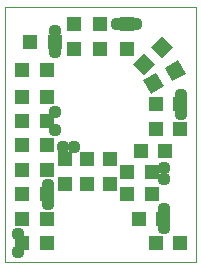
<source format=gts>
G75*
%MOIN*%
%OFA0B0*%
%FSLAX24Y24*%
%IPPOS*%
%LPD*%
%AMOC8*
5,1,8,0,0,1.08239X$1,22.5*
%
%ADD10C,0.0000*%
%ADD11R,0.0512X0.0512*%
%ADD12R,0.0512X0.0512*%
%ADD13C,0.0437*%
D10*
X002392Y002642D02*
X002392Y011142D01*
X008767Y011142D01*
X008767Y002642D01*
X002392Y002642D01*
D11*
X002978Y003267D03*
X002978Y004079D03*
X002978Y004892D03*
X002978Y005704D03*
X002978Y006517D03*
X002978Y007329D03*
X002978Y008142D03*
X003805Y008142D03*
X003805Y007329D03*
X003805Y006517D03*
X004392Y006055D03*
X003805Y005704D03*
X004392Y005228D03*
X003805Y004892D03*
X003805Y004079D03*
X003805Y003267D03*
X005142Y005228D03*
X005892Y005228D03*
X006478Y004892D03*
X006478Y005642D03*
X005892Y006055D03*
X005142Y006055D03*
X006916Y006329D03*
X007305Y005642D03*
X007305Y004892D03*
X007680Y004079D03*
X006853Y004079D03*
X007416Y003267D03*
X008243Y003267D03*
X007743Y006329D03*
X007416Y007079D03*
X007416Y007892D03*
X008243Y007892D03*
X008243Y007079D03*
X006454Y009728D03*
X006454Y010555D03*
X005579Y010555D03*
X005579Y009728D03*
X004704Y009728D03*
X004055Y009954D03*
X004704Y010555D03*
X003228Y009954D03*
X002978Y009017D03*
X003805Y009017D03*
D12*
G36*
X007037Y008852D02*
X006675Y009214D01*
X007037Y009576D01*
X007399Y009214D01*
X007037Y008852D01*
G37*
G36*
X007258Y008238D02*
X007002Y008680D01*
X007444Y008936D01*
X007700Y008494D01*
X007258Y008238D01*
G37*
G36*
X007974Y008651D02*
X007718Y009093D01*
X008160Y009349D01*
X008416Y008907D01*
X007974Y008651D01*
G37*
G36*
X007621Y009436D02*
X007259Y009798D01*
X007621Y010160D01*
X007983Y009798D01*
X007621Y009436D01*
G37*
D13*
X008267Y008204D03*
X008267Y007579D03*
X007704Y005767D03*
X007704Y005392D03*
X007704Y004392D03*
X007704Y003767D03*
X004704Y006454D03*
X004329Y006454D03*
X004079Y007017D03*
X004079Y007642D03*
X004079Y009642D03*
X004079Y010329D03*
X006142Y010579D03*
X006767Y010579D03*
X003829Y005204D03*
X003829Y004579D03*
X002829Y003579D03*
X002829Y002954D03*
M02*

</source>
